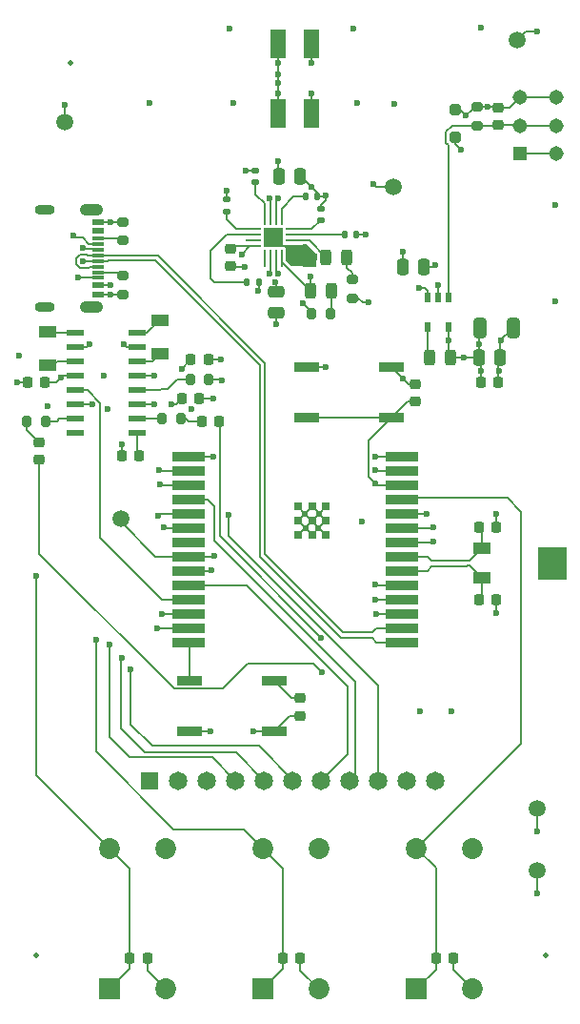
<source format=gbr>
%TF.GenerationSoftware,KiCad,Pcbnew,9.0.5*%
%TF.CreationDate,2025-11-15T02:55:35-05:00*%
%TF.ProjectId,CreditCard,43726564-6974-4436-9172-642e6b696361,rev?*%
%TF.SameCoordinates,Original*%
%TF.FileFunction,Copper,L4,Bot*%
%TF.FilePolarity,Positive*%
%FSLAX46Y46*%
G04 Gerber Fmt 4.6, Leading zero omitted, Abs format (unit mm)*
G04 Created by KiCad (PCBNEW 9.0.5) date 2025-11-15 02:55:35*
%MOMM*%
%LPD*%
G01*
G04 APERTURE LIST*
G04 Aperture macros list*
%AMRoundRect*
0 Rectangle with rounded corners*
0 $1 Rounding radius*
0 $2 $3 $4 $5 $6 $7 $8 $9 X,Y pos of 4 corners*
0 Add a 4 corners polygon primitive as box body*
4,1,4,$2,$3,$4,$5,$6,$7,$8,$9,$2,$3,0*
0 Add four circle primitives for the rounded corners*
1,1,$1+$1,$2,$3*
1,1,$1+$1,$4,$5*
1,1,$1+$1,$6,$7*
1,1,$1+$1,$8,$9*
0 Add four rect primitives between the rounded corners*
20,1,$1+$1,$2,$3,$4,$5,0*
20,1,$1+$1,$4,$5,$6,$7,0*
20,1,$1+$1,$6,$7,$8,$9,0*
20,1,$1+$1,$8,$9,$2,$3,0*%
G04 Aperture macros list end*
%TA.AperFunction,ComponentPad*%
%ADD10R,1.854200X1.854200*%
%TD*%
%TA.AperFunction,ComponentPad*%
%ADD11C,1.854200*%
%TD*%
%TA.AperFunction,ComponentPad*%
%ADD12R,1.308000X1.308000*%
%TD*%
%TA.AperFunction,ComponentPad*%
%ADD13C,1.308000*%
%TD*%
%TA.AperFunction,ComponentPad*%
%ADD14R,1.650000X1.650000*%
%TD*%
%TA.AperFunction,ComponentPad*%
%ADD15C,1.650000*%
%TD*%
%TA.AperFunction,SMDPad,CuDef*%
%ADD16RoundRect,0.250000X-0.325000X-0.650000X0.325000X-0.650000X0.325000X0.650000X-0.325000X0.650000X0*%
%TD*%
%TA.AperFunction,SMDPad,CuDef*%
%ADD17RoundRect,0.135000X0.135000X0.185000X-0.135000X0.185000X-0.135000X-0.185000X0.135000X-0.185000X0*%
%TD*%
%TA.AperFunction,SMDPad,CuDef*%
%ADD18R,1.600000X1.000000*%
%TD*%
%TA.AperFunction,SMDPad,CuDef*%
%ADD19R,2.500000X3.000000*%
%TD*%
%TA.AperFunction,SMDPad,CuDef*%
%ADD20C,1.500000*%
%TD*%
%TA.AperFunction,SMDPad,CuDef*%
%ADD21RoundRect,0.225000X-0.225000X-0.250000X0.225000X-0.250000X0.225000X0.250000X-0.225000X0.250000X0*%
%TD*%
%TA.AperFunction,SMDPad,CuDef*%
%ADD22RoundRect,0.250000X-0.250000X-0.475000X0.250000X-0.475000X0.250000X0.475000X-0.250000X0.475000X0*%
%TD*%
%TA.AperFunction,SMDPad,CuDef*%
%ADD23RoundRect,0.135000X0.185000X-0.135000X0.185000X0.135000X-0.185000X0.135000X-0.185000X-0.135000X0*%
%TD*%
%TA.AperFunction,SMDPad,CuDef*%
%ADD24RoundRect,0.200000X0.275000X-0.200000X0.275000X0.200000X-0.275000X0.200000X-0.275000X-0.200000X0*%
%TD*%
%TA.AperFunction,SMDPad,CuDef*%
%ADD25RoundRect,0.225000X-0.250000X0.225000X-0.250000X-0.225000X0.250000X-0.225000X0.250000X0.225000X0*%
%TD*%
%TA.AperFunction,SMDPad,CuDef*%
%ADD26RoundRect,0.250000X-0.250000X0.250000X-0.250000X-0.250000X0.250000X-0.250000X0.250000X0.250000X0*%
%TD*%
%TA.AperFunction,SMDPad,CuDef*%
%ADD27RoundRect,0.200000X-0.200000X-0.275000X0.200000X-0.275000X0.200000X0.275000X-0.200000X0.275000X0*%
%TD*%
%TA.AperFunction,SMDPad,CuDef*%
%ADD28R,1.140000X0.600000*%
%TD*%
%TA.AperFunction,SMDPad,CuDef*%
%ADD29R,1.140000X0.300000*%
%TD*%
%TA.AperFunction,ComponentPad*%
%ADD30O,2.100000X1.050000*%
%TD*%
%TA.AperFunction,ComponentPad*%
%ADD31O,1.800000X0.900000*%
%TD*%
%TA.AperFunction,SMDPad,CuDef*%
%ADD32R,2.209800X0.863600*%
%TD*%
%TA.AperFunction,SMDPad,CuDef*%
%ADD33RoundRect,0.250000X-0.475000X0.250000X-0.475000X-0.250000X0.475000X-0.250000X0.475000X0.250000X0*%
%TD*%
%TA.AperFunction,SMDPad,CuDef*%
%ADD34C,0.500000*%
%TD*%
%TA.AperFunction,SMDPad,CuDef*%
%ADD35R,1.397000X2.500000*%
%TD*%
%TA.AperFunction,SMDPad,CuDef*%
%ADD36RoundRect,0.200000X0.200000X0.275000X-0.200000X0.275000X-0.200000X-0.275000X0.200000X-0.275000X0*%
%TD*%
%TA.AperFunction,SMDPad,CuDef*%
%ADD37R,0.280000X1.449999*%
%TD*%
%TA.AperFunction,SMDPad,CuDef*%
%ADD38R,0.279998X1.449999*%
%TD*%
%TA.AperFunction,SMDPad,CuDef*%
%ADD39R,1.449999X0.280000*%
%TD*%
%TA.AperFunction,SMDPad,CuDef*%
%ADD40R,0.280000X1.549999*%
%TD*%
%TA.AperFunction,SMDPad,CuDef*%
%ADD41R,1.700000X1.700000*%
%TD*%
%TA.AperFunction,SMDPad,CuDef*%
%ADD42R,0.508000X0.955600*%
%TD*%
%TA.AperFunction,SMDPad,CuDef*%
%ADD43RoundRect,0.225000X0.225000X0.250000X-0.225000X0.250000X-0.225000X-0.250000X0.225000X-0.250000X0*%
%TD*%
%TA.AperFunction,SMDPad,CuDef*%
%ADD44RoundRect,0.243750X-0.243750X-0.456250X0.243750X-0.456250X0.243750X0.456250X-0.243750X0.456250X0*%
%TD*%
%TA.AperFunction,SMDPad,CuDef*%
%ADD45RoundRect,0.135000X-0.135000X-0.185000X0.135000X-0.185000X0.135000X0.185000X-0.135000X0.185000X0*%
%TD*%
%TA.AperFunction,SMDPad,CuDef*%
%ADD46RoundRect,0.250000X0.250000X0.475000X-0.250000X0.475000X-0.250000X-0.475000X0.250000X-0.475000X0*%
%TD*%
%TA.AperFunction,SMDPad,CuDef*%
%ADD47R,1.511300X0.558800*%
%TD*%
%TA.AperFunction,SMDPad,CuDef*%
%ADD48RoundRect,0.225000X0.250000X-0.225000X0.250000X0.225000X-0.250000X0.225000X-0.250000X-0.225000X0*%
%TD*%
%TA.AperFunction,SMDPad,CuDef*%
%ADD49R,3.000000X0.900000*%
%TD*%
%TA.AperFunction,SMDPad,CuDef*%
%ADD50R,3.000000X0.899998*%
%TD*%
%TA.AperFunction,SMDPad,CuDef*%
%ADD51R,3.000000X0.899996*%
%TD*%
%TA.AperFunction,SMDPad,CuDef*%
%ADD52R,0.800000X0.800000*%
%TD*%
%TA.AperFunction,SMDPad,CuDef*%
%ADD53RoundRect,0.135000X-0.185000X0.135000X-0.185000X-0.135000X0.185000X-0.135000X0.185000X0.135000X0*%
%TD*%
%TA.AperFunction,ViaPad*%
%ADD54C,0.600000*%
%TD*%
%TA.AperFunction,Conductor*%
%ADD55C,0.200000*%
%TD*%
G04 APERTURE END LIST*
D10*
%TO.P,SW1,1,1*%
%TO.N,GPIO2*%
X109000000Y-122914250D03*
D11*
%TO.P,SW1,2,2*%
%TO.N,GND*%
X114000000Y-122914250D03*
%TO.P,SW1,3,3*%
X114000000Y-110414250D03*
%TO.P,SW1,4,4*%
%TO.N,GPIO2*%
X109000000Y-110414250D03*
%TD*%
D12*
%TO.P,S1,1*%
%TO.N,Vsys*%
X145525000Y-48725000D03*
D13*
%TO.P,S1,2*%
%TO.N,/PWR/POWER_EN*%
X145525000Y-46225000D03*
%TO.P,S1,3*%
%TO.N,GND*%
X145525000Y-43725000D03*
%TO.P,S1,4*%
%TO.N,Vsys*%
X148725000Y-48725000D03*
%TO.P,S1,5*%
%TO.N,/PWR/POWER_EN*%
X148725000Y-46225000D03*
%TO.P,S1,6*%
%TO.N,GND*%
X148725000Y-43725000D03*
%TD*%
D10*
%TO.P,SW2,1,1*%
%TO.N,GPIO3*%
X122649200Y-122914250D03*
D11*
%TO.P,SW2,2,2*%
%TO.N,GND*%
X127649200Y-122914250D03*
%TO.P,SW2,3,3*%
X127649200Y-110414250D03*
%TO.P,SW2,4,4*%
%TO.N,GPIO3*%
X122649200Y-110414250D03*
%TD*%
D14*
%TO.P,J2,1,1*%
%TO.N,3V3*%
X112600000Y-104400000D03*
D15*
%TO.P,J2,2,2*%
%TO.N,unconnected-(J2-Pad2)*%
X115140000Y-104400000D03*
%TO.P,J2,3,3*%
%TO.N,GND*%
X117680000Y-104400000D03*
%TO.P,J2,4,4*%
%TO.N,SCK*%
X120220000Y-104400000D03*
%TO.P,J2,5,5*%
%TO.N,MISO*%
X122760000Y-104400000D03*
%TO.P,J2,6,6*%
%TO.N,MOSI*%
X125300000Y-104400000D03*
%TO.P,J2,7,7*%
%TO.N,LCD_CS*%
X127840000Y-104400000D03*
%TO.P,J2,8,8*%
%TO.N,LCD_RESET*%
X130380000Y-104400000D03*
%TO.P,J2,9,9*%
%TO.N,LCD_D{slash}C*%
X132920000Y-104400000D03*
%TO.P,J2,10,10*%
%TO.N,CS_SD*%
X135460000Y-104400000D03*
%TO.P,J2,11,11*%
%TO.N,Net-(J2-Pad11)*%
X138000000Y-104400000D03*
%TD*%
D10*
%TO.P,SW3,1,1*%
%TO.N,GPIO4*%
X136298400Y-122914250D03*
D11*
%TO.P,SW3,2,2*%
%TO.N,GND*%
X141298400Y-122914250D03*
%TO.P,SW3,3,3*%
X141298400Y-110414250D03*
%TO.P,SW3,4,4*%
%TO.N,GPIO4*%
X136298400Y-110414250D03*
%TD*%
D16*
%TO.P,C7,1*%
%TO.N,3V3*%
X141925000Y-64200000D03*
%TO.P,C7,2*%
%TO.N,GND*%
X144875000Y-64200000D03*
%TD*%
D17*
%TO.P,R31,1*%
%TO.N,GND*%
X127500099Y-52520100D03*
%TO.P,R31,2*%
%TO.N,/PWR/CE_CHR*%
X126480099Y-52520100D03*
%TD*%
D18*
%TO.P,Y1,1*%
%TO.N,XTAL_P*%
X142100000Y-86400000D03*
%TO.P,Y1,2*%
%TO.N,XTAL_N*%
X142100000Y-83800000D03*
D19*
%TO.P,Y1,S1*%
%TO.N,N/C*%
X148350000Y-85100000D03*
%TD*%
D20*
%TO.P,GND_TP1,1,1*%
%TO.N,GND*%
X147000000Y-112400000D03*
%TD*%
D21*
%TO.P,C8,1*%
%TO.N,3V3*%
X142025000Y-69000000D03*
%TO.P,C8,2*%
%TO.N,GND*%
X143575000Y-69000000D03*
%TD*%
D22*
%TO.P,C4,1*%
%TO.N,3V3*%
X141850000Y-66800000D03*
%TO.P,C4,2*%
%TO.N,GND*%
X143750000Y-66800000D03*
%TD*%
D21*
%TO.P,C11,1*%
%TO.N,GPIO3*%
X124425000Y-120200000D03*
%TO.P,C11,2*%
%TO.N,GND*%
X125975000Y-120200000D03*
%TD*%
D23*
%TO.P,R8,1*%
%TO.N,/PWR/TS_CHR*%
X121990099Y-51230100D03*
%TO.P,R8,2*%
%TO.N,GND*%
X121990099Y-50210100D03*
%TD*%
D21*
%TO.P,C12,1*%
%TO.N,XTAL_P*%
X141875000Y-88300000D03*
%TO.P,C12,2*%
%TO.N,GND*%
X143425000Y-88300000D03*
%TD*%
D24*
%TO.P,R10,1*%
%TO.N,/PWR/POWER_EN*%
X141725000Y-46250000D03*
%TO.P,R10,2*%
%TO.N,GND*%
X141725000Y-44600000D03*
%TD*%
D25*
%TO.P,C22,1*%
%TO.N,Net-(C22-Pad1)*%
X102746307Y-74370000D03*
%TO.P,C22,2*%
%TO.N,AudioR*%
X102746307Y-75920000D03*
%TD*%
D26*
%TO.P,D5,1,A1*%
%TO.N,GND*%
X139725000Y-44775000D03*
%TO.P,D5,2,A2*%
%TO.N,Vsys*%
X139725000Y-47275000D03*
%TD*%
D27*
%TO.P,R4,1*%
%TO.N,Vsys*%
X126965099Y-62920100D03*
%TO.P,R4,2*%
%TO.N,Net-(D2-A)*%
X128615099Y-62920100D03*
%TD*%
D18*
%TO.P,U11,1,VDD*%
%TO.N,Net-(U10-+OUT_L)*%
X113500000Y-63500000D03*
%TO.P,U11,2,GND*%
%TO.N,Net-(U10--OUT_L)*%
X113500000Y-66500000D03*
%TD*%
D21*
%TO.P,C17,1*%
%TO.N,XTAL_N*%
X141875000Y-81900000D03*
%TO.P,C17,2*%
%TO.N,GND*%
X143425000Y-81900000D03*
%TD*%
D28*
%TO.P,J3,A1_B12,GND*%
%TO.N,GND*%
X107965000Y-61200000D03*
%TO.P,J3,A4_B9,VBUS*%
%TO.N,Vbus*%
X107965000Y-60400000D03*
D29*
%TO.P,J3,A5,CC1_A*%
%TO.N,Net-(J3-CC1_A)*%
X107965000Y-59250000D03*
%TO.P,J3,A6,D+_A*%
%TO.N,D_P*%
X107965000Y-58250000D03*
%TO.P,J3,A7,D-_A*%
%TO.N,D_N*%
X107965000Y-57750000D03*
%TO.P,J3,A8,SBU1*%
%TO.N,Net-(F6-GOLDFINGER)*%
X107965000Y-56750000D03*
D28*
%TO.P,J3,B1_A12,GND__1*%
%TO.N,GND*%
X107965000Y-54800000D03*
%TO.P,J3,B4_A9,VBUS__1*%
%TO.N,unconnected-(J3-VBUS__1-PadB4_A9)*%
X107965000Y-55600000D03*
D29*
%TO.P,J3,B5,CC1_B*%
%TO.N,Net-(J3-CC1_B)*%
X107965000Y-56250000D03*
%TO.P,J3,B6,D+_B*%
%TO.N,D_P*%
X107965000Y-57250000D03*
%TO.P,J3,B7,D-_B*%
%TO.N,D_N*%
X107965000Y-58750000D03*
%TO.P,J3,B8,SBU2*%
%TO.N,Net-(F5-GOLDFINGER)*%
X107965000Y-59750000D03*
D30*
%TO.P,J3,SH1,SHIELD*%
%TO.N,GND*%
X107395000Y-62320000D03*
%TO.P,J3,SH2,SHIELD__1*%
X107395000Y-53680000D03*
D31*
%TO.P,J3,SH3,SHIELD__2*%
X103215000Y-62320000D03*
%TO.P,J3,SH4,SHIELD__3*%
X103215000Y-53680000D03*
%TD*%
D32*
%TO.P,U3,1,1*%
%TO.N,MCU_EN*%
X126557000Y-72150000D03*
%TO.P,U3,2,2*%
X134050000Y-72150000D03*
%TO.P,U3,3,3*%
%TO.N,GND*%
X126557000Y-67649998D03*
%TO.P,U3,4,4*%
X134050000Y-67649998D03*
%TD*%
D20*
%TO.P,Vbat_TP1,1,1*%
%TO.N,Vbat*%
X145250000Y-38650000D03*
%TD*%
D33*
%TO.P,C15,1*%
%TO.N,Vsys*%
X123790099Y-60970100D03*
%TO.P,C15,2*%
%TO.N,GND*%
X123790099Y-62870100D03*
%TD*%
D34*
%TO.P,FID2,*%
%TO.N,*%
X102500000Y-119900000D03*
%TD*%
D27*
%TO.P,R15,1*%
%TO.N,Net-(U10-INL)*%
X113675000Y-72245000D03*
%TO.P,R15,2*%
%TO.N,Net-(C6-Pad1)*%
X115325000Y-72245000D03*
%TD*%
D20*
%TO.P,Vbus_TP1,1,1*%
%TO.N,Vbus*%
X105000000Y-45900000D03*
%TD*%
D24*
%TO.P,R11,1*%
%TO.N,Net-(J3-CC1_B)*%
X110175000Y-56425000D03*
%TO.P,R11,2*%
%TO.N,GND*%
X110175000Y-54775000D03*
%TD*%
D35*
%TO.P,J1,1,1_1*%
%TO.N,GND*%
X126977478Y-45166955D03*
%TO.P,J1,2,1_2*%
X126977478Y-38966957D03*
%TO.P,J1,3,2_1*%
%TO.N,Vbat*%
X123977479Y-45166955D03*
%TO.P,J1,4,2_2*%
X123977479Y-38966957D03*
%TD*%
D36*
%TO.P,R18,1*%
%TO.N,3V3*%
X117825000Y-68800000D03*
%TO.P,R18,2*%
%TO.N,Net-(U10-MUTE)*%
X116175000Y-68800000D03*
%TD*%
D37*
%TO.P,U1,1,TS*%
%TO.N,/PWR/TS_CHR*%
X122799999Y-54400000D03*
%TO.P,U1,2,BAT*%
%TO.N,Vbat*%
X123300000Y-54400000D03*
D38*
%TO.P,U1,3,BAT*%
X123799999Y-54400000D03*
D37*
%TO.P,U1,4,\u002ACE*%
%TO.N,/PWR/CE_CHR*%
X124300001Y-54400000D03*
D39*
%TO.P,U1,5,EN2*%
%TO.N,/PWR/EN2_CHR*%
X125325000Y-55424811D03*
%TO.P,U1,6,EN1*%
%TO.N,/PWR/EN1_CHR*%
X125325000Y-55924937D03*
%TO.P,U1,7,\u002APGOOD*%
%TO.N,Net-(D3-K)*%
X125325000Y-56425063D03*
%TO.P,U1,8,VSS*%
%TO.N,GND*%
X125325000Y-56925189D03*
D40*
%TO.P,U1,9,\u002ACHG*%
%TO.N,IO_CHG*%
X124300001Y-58000000D03*
%TO.P,U1,10,OUT*%
%TO.N,Vsys*%
X123800000Y-58000000D03*
%TO.P,U1,11,OUT*%
X123300000Y-58000000D03*
%TO.P,U1,12,ILIM*%
%TO.N,/PWR/ILIM_CHR*%
X122799999Y-58000000D03*
D39*
%TO.P,U1,13,IN*%
%TO.N,Vbus*%
X121775000Y-56925189D03*
%TO.P,U1,14,TMR*%
%TO.N,/PWR/TMR_CHR*%
X121775000Y-56425063D03*
%TO.P,U1,15,TD*%
%TO.N,/PWR/TD_CHR*%
X121775000Y-55924937D03*
%TO.P,U1,16,ISET*%
%TO.N,/PWR/ISET_CHR*%
X121775000Y-55424811D03*
D41*
%TO.P,U1,17,EPAD*%
%TO.N,GND*%
X123550000Y-56175000D03*
%TD*%
D21*
%TO.P,C18,1*%
%TO.N,GPIO4*%
X138025000Y-120200000D03*
%TO.P,C18,2*%
%TO.N,GND*%
X139575000Y-120200000D03*
%TD*%
D42*
%TO.P,U2,1,VIN*%
%TO.N,Vsys*%
X137249999Y-61522200D03*
%TO.P,U2,2,GND*%
%TO.N,GND*%
X138200000Y-61522200D03*
%TO.P,U2,3,\u002ASHDN*%
%TO.N,/PWR/POWER_EN*%
X139150001Y-61522200D03*
%TO.P,U2,4,VFB/VOUT*%
%TO.N,3V3*%
X139150001Y-64077800D03*
%TO.P,U2,5,LX*%
%TO.N,Net-(U2-LX)*%
X137249999Y-64077800D03*
%TD*%
D24*
%TO.P,R5,1*%
%TO.N,Vsys*%
X130590099Y-61545100D03*
%TO.P,R5,2*%
%TO.N,Net-(D3-A)*%
X130590099Y-59895100D03*
%TD*%
D43*
%TO.P,C5,1*%
%TO.N,Net-(U10-VREF)*%
X111675450Y-75545000D03*
%TO.P,C5,2*%
%TO.N,GND*%
X110125450Y-75545000D03*
%TD*%
D44*
%TO.P,D3,1,K*%
%TO.N,Net-(D3-K)*%
X128252599Y-57920100D03*
%TO.P,D3,2,A*%
%TO.N,Net-(D3-A)*%
X130127599Y-57920100D03*
%TD*%
D23*
%TO.P,R7,1*%
%TO.N,/PWR/ISET_CHR*%
X119390099Y-53830100D03*
%TO.P,R7,2*%
%TO.N,GND*%
X119390099Y-52810100D03*
%TD*%
D34*
%TO.P,FID3,*%
%TO.N,*%
X147750000Y-119900000D03*
%TD*%
D21*
%TO.P,C6,1*%
%TO.N,Net-(C6-Pad1)*%
X117225000Y-72500000D03*
%TO.P,C6,2*%
%TO.N,AudioL*%
X118775000Y-72500000D03*
%TD*%
D44*
%TO.P,L1,1,1*%
%TO.N,Net-(U2-LX)*%
X137462500Y-66800000D03*
%TO.P,L1,2,2*%
%TO.N,3V3*%
X139337500Y-66800000D03*
%TD*%
D25*
%TO.P,C14,1*%
%TO.N,Vbus*%
X119790099Y-57145100D03*
%TO.P,C14,2*%
%TO.N,GND*%
X119790099Y-58695100D03*
%TD*%
D20*
%TO.P,IOCHG_TP1,1,1*%
%TO.N,IO_CHG*%
X110000000Y-81150000D03*
%TD*%
D22*
%TO.P,C13,1*%
%TO.N,Vbat*%
X124040099Y-50720100D03*
%TO.P,C13,2*%
%TO.N,GND*%
X125940099Y-50720100D03*
%TD*%
D20*
%TO.P,3V3_TP1,1,1*%
%TO.N,3V3*%
X147000000Y-106900000D03*
%TD*%
D45*
%TO.P,R26,1*%
%TO.N,/PWR/EN1_CHR*%
X129880099Y-55920100D03*
%TO.P,R26,2*%
%TO.N,Vsys*%
X130900099Y-55920100D03*
%TD*%
D46*
%TO.P,C3,1*%
%TO.N,Vsys*%
X136950000Y-58800000D03*
%TO.P,C3,2*%
%TO.N,GND*%
X135050000Y-58800000D03*
%TD*%
D25*
%TO.P,C9,1*%
%TO.N,IO9*%
X125950000Y-97075000D03*
%TO.P,C9,2*%
%TO.N,GND*%
X125950000Y-98625000D03*
%TD*%
D47*
%TO.P,U10,1,+OUT_L*%
%TO.N,Net-(U10-+OUT_L)*%
X111500000Y-64650000D03*
%TO.P,U10,2,PGND*%
%TO.N,GND*%
X111500000Y-65920000D03*
%TO.P,U10,3,-OUT_L*%
%TO.N,Net-(U10--OUT_L)*%
X111500000Y-67190000D03*
%TO.P,U10,4,PVDD*%
%TO.N,3V3*%
X111500000Y-68460000D03*
%TO.P,U10,5,MUTE*%
%TO.N,Net-(U10-MUTE)*%
X111500000Y-69730000D03*
%TO.P,U10,6,VDD*%
%TO.N,3V3*%
X111500000Y-71000000D03*
%TO.P,U10,7,INL*%
%TO.N,Net-(U10-INL)*%
X111500000Y-72270000D03*
%TO.P,U10,8,VREF*%
%TO.N,Net-(U10-VREF)*%
X111500000Y-73540000D03*
%TO.P,U10,9,NC*%
%TO.N,unconnected-(U10-NC-Pad9)*%
X106000900Y-73540000D03*
%TO.P,U10,10,INR*%
%TO.N,Net-(U10-INR)*%
X106000900Y-72270000D03*
%TO.P,U10,11,GND*%
%TO.N,GND*%
X106000900Y-71000000D03*
%TO.P,U10,12,SHND*%
%TO.N,AudioCS*%
X106000900Y-69730000D03*
%TO.P,U10,13,PVDD*%
%TO.N,3V3*%
X106000900Y-68460000D03*
%TO.P,U10,14,-OUT_R*%
%TO.N,Net-(U10--OUT_R)*%
X106000900Y-67190000D03*
%TO.P,U10,15,PGND*%
%TO.N,GND*%
X106000900Y-65920000D03*
%TO.P,U10,16,+OUT_R*%
%TO.N,Net-(U10-+OUT_R)*%
X106000900Y-64650000D03*
%TD*%
D20*
%TO.P,Vsys_TP1,1,1*%
%TO.N,Vsys*%
X134250000Y-51650000D03*
%TD*%
D27*
%TO.P,R16,1*%
%TO.N,Net-(C22-Pad1)*%
X101675000Y-72500000D03*
%TO.P,R16,2*%
%TO.N,Net-(U10-INR)*%
X103325000Y-72500000D03*
%TD*%
D32*
%TO.P,U4,1,1*%
%TO.N,IO9*%
X123646500Y-95499999D03*
%TO.P,U4,2,2*%
X116153500Y-95499999D03*
%TO.P,U4,3,3*%
%TO.N,GND*%
X123646500Y-100000001D03*
%TO.P,U4,4,4*%
X116153500Y-100000001D03*
%TD*%
D34*
%TO.P,FID6,*%
%TO.N,*%
X105500000Y-40650000D03*
%TD*%
D43*
%TO.P,C23,1*%
%TO.N,3V3*%
X103275000Y-69000000D03*
%TO.P,C23,2*%
%TO.N,GND*%
X101725000Y-69000000D03*
%TD*%
D21*
%TO.P,C10,1*%
%TO.N,GPIO2*%
X110825000Y-120200000D03*
%TO.P,C10,2*%
%TO.N,GND*%
X112375000Y-120200000D03*
%TD*%
D43*
%TO.P,C26,1*%
%TO.N,GND*%
X116975000Y-70500000D03*
%TO.P,C26,2*%
%TO.N,3V3*%
X115425000Y-70500000D03*
%TD*%
D24*
%TO.P,R12,1*%
%TO.N,GND*%
X110175000Y-61225000D03*
%TO.P,R12,2*%
%TO.N,Net-(J3-CC1_A)*%
X110175000Y-59575000D03*
%TD*%
D44*
%TO.P,D2,1,K*%
%TO.N,IO_CHG*%
X126852599Y-60920100D03*
%TO.P,D2,2,A*%
%TO.N,Net-(D2-A)*%
X128727599Y-60920100D03*
%TD*%
D18*
%TO.P,U9,1,VDD*%
%TO.N,Net-(U10-+OUT_R)*%
X103500000Y-64500000D03*
%TO.P,U9,2,GND*%
%TO.N,Net-(U10--OUT_R)*%
X103500000Y-67500000D03*
%TD*%
D48*
%TO.P,C1,1*%
%TO.N,MCU_EN*%
X136200000Y-70725000D03*
%TO.P,C1,2*%
%TO.N,GND*%
X136200000Y-69175000D03*
%TD*%
D45*
%TO.P,R23,1*%
%TO.N,/PWR/TD_CHR*%
X121240000Y-60150000D03*
%TO.P,R23,2*%
%TO.N,Vsys*%
X122260000Y-60150000D03*
%TD*%
D49*
%TO.P,U8,1,GND*%
%TO.N,GND*%
X135000000Y-75590000D03*
%TO.P,U8,2,3V3*%
%TO.N,3V3*%
X135000000Y-76860000D03*
%TO.P,U8,3,EN*%
%TO.N,MCU_EN*%
X135000000Y-78130000D03*
%TO.P,U8,4,IO4*%
%TO.N,GPIO4*%
X135000000Y-79400000D03*
%TO.P,U8,5,IO5*%
%TO.N,GPIO5*%
X135000000Y-80670000D03*
%TO.P,U8,6,IO6*%
%TO.N,GPIO6*%
X135000000Y-81940000D03*
%TO.P,U8,7,IO7*%
%TO.N,GPIO7*%
X135000000Y-83210000D03*
%TO.P,U8,8,IO0*%
%TO.N,XTAL_N*%
X135000000Y-84480000D03*
%TO.P,U8,9,IO1*%
%TO.N,XTAL_P*%
X135000000Y-85750000D03*
%TO.P,U8,10,IO8*%
%TO.N,Net-(U8-IO8)*%
X135000000Y-87020000D03*
%TO.P,U8,11,IO10*%
%TO.N,AudioL*%
X135000000Y-88290000D03*
%TO.P,U8,12,IO11*%
%TO.N,AudioR*%
X135000000Y-89560000D03*
D50*
%TO.P,U8,13,IO12*%
%TO.N,D_N*%
X135000000Y-90829999D03*
%TO.P,U8,14,IO13*%
%TO.N,D_P*%
X135000000Y-92099999D03*
D49*
%TO.P,U8,15,IO9*%
%TO.N,IO9*%
X116000000Y-92100000D03*
%TO.P,U8,16,IO18*%
%TO.N,MISO*%
X116000000Y-90830000D03*
%TO.P,U8,17,IO19*%
%TO.N,MOSI*%
X116000000Y-89560000D03*
%TO.P,U8,18,IO20*%
%TO.N,AudioCS*%
X116000000Y-88290000D03*
%TO.P,U8,19,IO21*%
%TO.N,LCD_CS*%
X116000000Y-87020000D03*
%TO.P,U8,20,IO22*%
%TO.N,CS_SD*%
X116000000Y-85750000D03*
%TO.P,U8,21,IO23*%
%TO.N,IO_CHG*%
X116000000Y-84480000D03*
D50*
%TO.P,U8,22,NC*%
%TO.N,unconnected-(U8-NC-Pad22)*%
X116000000Y-83210001D03*
D51*
%TO.P,U8,23,IO15*%
%TO.N,SCK*%
X116000000Y-81940002D03*
D50*
%TO.P,U8,24,RXD0/GPIO17*%
%TO.N,LCD_D{slash}C*%
X116000000Y-80670001D03*
D49*
%TO.P,U8,25,TXD0/GPIO16*%
%TO.N,LCD_RESET*%
X116000000Y-79400000D03*
D50*
%TO.P,U8,26,IO3*%
%TO.N,GPIO3*%
X116000000Y-78130001D03*
D49*
%TO.P,U8,27,IO2*%
%TO.N,GPIO2*%
X116000000Y-76860000D03*
D50*
%TO.P,U8,28,GND__1*%
%TO.N,GND*%
X116000000Y-75590001D03*
D52*
%TO.P,U8,29_1,GND__2*%
X128255000Y-80060000D03*
%TO.P,U8,29_2,GND__3*%
X127005000Y-80060000D03*
%TO.P,U8,29_3,GND__4*%
X125755000Y-80060000D03*
%TO.P,U8,29_4,GND__5*%
X128255000Y-81310000D03*
%TO.P,U8,29_5,GND__6*%
X127005000Y-81310000D03*
%TO.P,U8,29_6,GND__7*%
X125755000Y-81310000D03*
%TO.P,U8,29_7,GND__8*%
X128255000Y-82560000D03*
%TO.P,U8,29_8,GND__9*%
X127005000Y-82560000D03*
%TO.P,U8,29_9,GND__10*%
X125755000Y-82560000D03*
%TD*%
D48*
%TO.P,C16,1*%
%TO.N,/PWR/POWER_EN*%
X143525000Y-46200000D03*
%TO.P,C16,2*%
%TO.N,GND*%
X143525000Y-44650000D03*
%TD*%
D21*
%TO.P,C25,1*%
%TO.N,3V3*%
X116225000Y-67000000D03*
%TO.P,C25,2*%
%TO.N,GND*%
X117775000Y-67000000D03*
%TD*%
D53*
%TO.P,R29,1*%
%TO.N,GND*%
X127790099Y-53610100D03*
%TO.P,R29,2*%
%TO.N,/PWR/EN2_CHR*%
X127790099Y-54630100D03*
%TD*%
D54*
%TO.N,GND*%
X116250000Y-71400000D03*
X108800000Y-71400000D03*
%TO.N,3V3*%
X113000000Y-71000000D03*
%TO.N,GND*%
X108500000Y-68400000D03*
X103500000Y-71150000D03*
X101000000Y-66650000D03*
%TO.N,3V3*%
X115412500Y-67812500D03*
X141850000Y-65600000D03*
X104687500Y-68587500D03*
X148600000Y-61800000D03*
X119000000Y-68900000D03*
X114500000Y-71000000D03*
X140500000Y-66800000D03*
X113000000Y-68460000D03*
X132600000Y-76800000D03*
X142025000Y-68000000D03*
X139400000Y-98200000D03*
X147000000Y-108900000D03*
X131462500Y-81362500D03*
X139150001Y-65300000D03*
%TO.N,MCU_EN*%
X132600000Y-78000000D03*
%TO.N,GND*%
X118000000Y-100000001D03*
X121100000Y-50200000D03*
X125300000Y-58300000D03*
X126422500Y-81977500D03*
X130700000Y-37600000D03*
X109100000Y-54800000D03*
X109100000Y-61200000D03*
X126949999Y-51650001D03*
X126100000Y-57600000D03*
X143600000Y-68000000D03*
X131000000Y-44250001D03*
X126977478Y-43400000D03*
X118200000Y-75600000D03*
X100800000Y-69000000D03*
X126397500Y-80702500D03*
X125325000Y-57600000D03*
X121000000Y-58800003D03*
X123800000Y-63900000D03*
X118900000Y-67000000D03*
X127607500Y-80707500D03*
X126800000Y-58300000D03*
X121800000Y-100000000D03*
X110300000Y-65650000D03*
X147000000Y-114400000D03*
X120000000Y-44250001D03*
X138200000Y-60400000D03*
X132600000Y-75600000D03*
X143800000Y-65300000D03*
X119700000Y-37600000D03*
X128250000Y-52400000D03*
X126100000Y-58300000D03*
X136600000Y-98200000D03*
X107500000Y-71000000D03*
X142600000Y-44600000D03*
X148600000Y-53300000D03*
X134300000Y-44300000D03*
X135100000Y-57400000D03*
X110100000Y-74500000D03*
X135100001Y-68699999D03*
X118200000Y-70500000D03*
X140700000Y-45300000D03*
X142000000Y-37500000D03*
X128200000Y-67700000D03*
X119400000Y-52000000D03*
X127582500Y-81982500D03*
X143400000Y-80700000D03*
X112600000Y-44200000D03*
X143425000Y-89500000D03*
X107250000Y-65650000D03*
X126977478Y-40650000D03*
X126800000Y-57600000D03*
%TO.N,Vsys*%
X122250000Y-60900000D03*
X123250000Y-59400000D03*
X140250000Y-48400000D03*
X132500000Y-51400000D03*
X132000000Y-61900000D03*
X131750000Y-55900000D03*
X136500000Y-60650000D03*
X126204664Y-62000783D03*
X123750000Y-60150000D03*
X138000000Y-58650000D03*
X124000000Y-59400000D03*
%TO.N,GPIO2*%
X102500000Y-86200000D03*
X113400000Y-76800000D03*
%TO.N,GPIO3*%
X113500000Y-78100000D03*
X107800000Y-91900000D03*
%TO.N,Vbat*%
X123977479Y-43400000D03*
X123977479Y-40650000D03*
X124000000Y-52650000D03*
X123977479Y-49400000D03*
X123977479Y-41650000D03*
X147000000Y-37900000D03*
X123977479Y-42400000D03*
X123250000Y-52650000D03*
%TO.N,Vbus*%
X109100000Y-60400000D03*
X120750000Y-57650000D03*
X105000000Y-44400000D03*
%TO.N,GPIO5*%
X137200000Y-80700000D03*
%TO.N,GPIO6*%
X137800000Y-81900000D03*
%TO.N,GPIO7*%
X137800000Y-83200000D03*
%TO.N,IO_CHG*%
X118350000Y-84450000D03*
X126900000Y-59600000D03*
%TO.N,LCD_D{slash}C*%
X113300000Y-80900000D03*
X119600000Y-80800000D03*
%TO.N,CS_SD*%
X118100000Y-85700000D03*
%TO.N,MISO*%
X113200000Y-90900000D03*
X110100000Y-93500000D03*
%TO.N,MOSI*%
X113700000Y-89600000D03*
X110900000Y-94500000D03*
%TO.N,SCK*%
X109000000Y-92300000D03*
X113800000Y-81900000D03*
%TO.N,D_P*%
X106650000Y-58250000D03*
X106600473Y-57049000D03*
%TO.N,Net-(U8-IO8)*%
X132600000Y-87000000D03*
%TO.N,AudioL*%
X132600000Y-88300000D03*
X127800000Y-91700000D03*
%TO.N,AudioR*%
X132700000Y-89600000D03*
X127900000Y-94800000D03*
%TO.N,Net-(F5-GOLDFINGER)*%
X106175000Y-59750000D03*
%TO.N,Net-(F6-GOLDFINGER)*%
X105800000Y-56000000D03*
%TD*%
D55*
%TO.N,GND*%
X111500000Y-65900000D02*
X111500000Y-65920000D01*
X110550000Y-65900000D02*
X111500000Y-65900000D01*
X110300000Y-65650000D02*
X110550000Y-65900000D01*
X106980000Y-65920000D02*
X106000900Y-65920000D01*
X107250000Y-65650000D02*
X106980000Y-65920000D01*
%TO.N,3V3*%
X104815000Y-68460000D02*
X106000900Y-68460000D01*
X104687500Y-68587500D02*
X104815000Y-68460000D01*
X104687500Y-68587500D02*
X104275000Y-69000000D01*
X104275000Y-69000000D02*
X103275000Y-69000000D01*
X139150001Y-65300000D02*
X139150001Y-66612501D01*
X142025000Y-68000000D02*
X142025000Y-66975000D01*
X147000000Y-106900000D02*
X147000000Y-108900000D01*
X114925000Y-71000000D02*
X115425000Y-70500000D01*
X115725000Y-70500000D02*
X115425000Y-70500000D01*
X141850000Y-65600000D02*
X141850000Y-66800000D01*
X142025000Y-66975000D02*
X141850000Y-66800000D01*
X141925000Y-64200000D02*
X141925000Y-64525000D01*
X117825000Y-68800000D02*
X118900000Y-68800000D01*
X140500000Y-66800000D02*
X141850000Y-66800000D01*
X111500000Y-71000000D02*
X113000000Y-71000000D01*
X141925000Y-64525000D02*
X141850000Y-64600000D01*
X116225000Y-67000000D02*
X115412500Y-67812500D01*
X139150001Y-64077800D02*
X139150001Y-65300000D01*
X141850000Y-64600000D02*
X141850000Y-65600000D01*
X139150001Y-66612501D02*
X139337500Y-66800000D01*
X113000000Y-68460000D02*
X111500000Y-68460000D01*
X141802800Y-64077800D02*
X141925000Y-64200000D01*
X141925000Y-64200000D02*
X141800000Y-64075000D01*
X142025000Y-69000000D02*
X142025000Y-68000000D01*
X132660000Y-76860000D02*
X132600000Y-76800000D01*
X111535000Y-68495000D02*
X111500000Y-68460000D01*
X114500000Y-71000000D02*
X114925000Y-71000000D01*
X139337500Y-66800000D02*
X140500000Y-66800000D01*
X135000000Y-76860000D02*
X132660000Y-76860000D01*
%TO.N,MCU_EN*%
X135000000Y-78130000D02*
X132730000Y-78130000D01*
X131999000Y-77399000D02*
X132600000Y-78000000D01*
X131999000Y-74201000D02*
X131999000Y-77399000D01*
X126557000Y-72150000D02*
X134050000Y-72150000D01*
X132730000Y-78130000D02*
X132600000Y-78000000D01*
X134050000Y-72150000D02*
X131999000Y-74201000D01*
X135475000Y-70725000D02*
X134050000Y-72150000D01*
X136200000Y-70725000D02*
X135475000Y-70725000D01*
%TO.N,GND*%
X109550000Y-61225000D02*
X109525000Y-61200000D01*
X143575000Y-69000000D02*
X143575000Y-66975000D01*
X127582500Y-81982500D02*
X128255000Y-81310000D01*
X143575000Y-66975000D02*
X143750000Y-66800000D01*
X126977478Y-43400000D02*
X126977478Y-45166955D01*
X128255000Y-80060000D02*
X127607500Y-80707500D01*
X110175000Y-61225000D02*
X109550000Y-61225000D01*
X117800000Y-67000000D02*
X118900000Y-67000000D01*
X140175000Y-44775000D02*
X140700000Y-45300000D01*
X126000000Y-50700000D02*
X126949999Y-51650001D01*
X143750000Y-66800000D02*
X143750000Y-65325000D01*
X101700000Y-69000000D02*
X100800000Y-69000000D01*
X126422500Y-81977500D02*
X125755000Y-81310000D01*
X125325000Y-56925189D02*
X125300000Y-56925189D01*
X128250000Y-52400000D02*
X128250000Y-52850000D01*
X132610000Y-75590000D02*
X132600000Y-75600000D01*
X138200000Y-61500000D02*
X138200000Y-60400000D01*
X119390099Y-52009901D02*
X119400000Y-52000000D01*
X141725000Y-44600000D02*
X142600000Y-44600000D01*
X126557000Y-67649998D02*
X128149998Y-67649998D01*
X135100001Y-68699999D02*
X135575002Y-69175000D01*
X143400000Y-80700000D02*
X143400000Y-81900000D01*
X125755000Y-80060000D02*
X126397500Y-80702500D01*
X139725000Y-44775000D02*
X140175000Y-44775000D01*
X123790099Y-62870100D02*
X123790099Y-62990099D01*
X125021501Y-98625000D02*
X123646500Y-100000001D01*
X124300189Y-56925189D02*
X123550000Y-56175000D01*
X128149998Y-67649998D02*
X128200000Y-67700000D01*
X145525000Y-43725000D02*
X148725000Y-43725000D01*
X127500099Y-52200101D02*
X127500099Y-52520100D01*
X119895002Y-58800003D02*
X119790099Y-58695100D01*
X123800000Y-63000000D02*
X123800000Y-63900000D01*
X107965000Y-54800000D02*
X109100000Y-54800000D01*
X125325000Y-56925189D02*
X126025189Y-56925189D01*
X128020100Y-52520100D02*
X127500099Y-52520100D01*
X121000000Y-58800003D02*
X119895002Y-58800003D01*
X112375000Y-121289250D02*
X114000000Y-122914250D01*
X125325000Y-56925189D02*
X125174811Y-56925189D01*
X127790099Y-53309901D02*
X127790099Y-53610100D01*
X121799999Y-100000001D02*
X121800000Y-100000000D01*
X121800001Y-100000001D02*
X123646500Y-100000001D01*
X147000000Y-112400000D02*
X147000000Y-114400000D01*
X134050000Y-67649998D02*
X135100001Y-68699999D01*
X126397500Y-80702500D02*
X128255000Y-82560000D01*
X143425000Y-88300000D02*
X143425000Y-89500000D01*
X109100000Y-61200000D02*
X107965000Y-61200000D01*
X116153500Y-100000001D02*
X118000000Y-100000001D01*
X128140200Y-52400000D02*
X128020100Y-52520100D01*
X127005000Y-80060000D02*
X125755000Y-81310000D01*
X138200000Y-61522200D02*
X138200000Y-61500000D01*
X125940099Y-50720100D02*
X125979900Y-50720100D01*
X128250000Y-52850000D02*
X127790099Y-53309901D01*
X121990099Y-50210100D02*
X121110100Y-50210100D01*
X123790099Y-62990099D02*
X123800000Y-63000000D01*
X125325000Y-56925189D02*
X124300189Y-56925189D01*
X121800000Y-100000000D02*
X121800001Y-100000001D01*
X143400000Y-81900000D02*
X143425000Y-81900000D01*
X141550000Y-44775000D02*
X141725000Y-44600000D01*
X135050000Y-57450000D02*
X135100000Y-57400000D01*
X109100000Y-54800000D02*
X110150000Y-54800000D01*
X128255000Y-81310000D02*
X127005000Y-80060000D01*
X106000900Y-71000000D02*
X107500000Y-71000000D01*
X116000000Y-75600000D02*
X118200000Y-75600000D01*
X143525000Y-44650000D02*
X144600000Y-44650000D01*
X125975000Y-121240050D02*
X127649200Y-122914250D01*
X140700000Y-45300000D02*
X141225000Y-44775000D01*
X135000000Y-75590000D02*
X132610000Y-75590000D01*
X127005000Y-82560000D02*
X126422500Y-81977500D01*
X135575002Y-69175000D02*
X136200000Y-69175000D01*
X143750000Y-65325000D02*
X144875000Y-64200000D01*
X110150000Y-54800000D02*
X110175000Y-54775000D01*
X141225000Y-44775000D02*
X141550000Y-44775000D01*
X144600000Y-44650000D02*
X145525000Y-43725000D01*
X126977478Y-38966957D02*
X126977478Y-40650000D01*
X125979900Y-50720100D02*
X126000000Y-50700000D01*
X139575000Y-120200000D02*
X139575000Y-121190850D01*
X127607500Y-80707500D02*
X125755000Y-82560000D01*
X116975000Y-70500000D02*
X118200000Y-70500000D01*
X125950000Y-98625000D02*
X125021501Y-98625000D01*
X121110100Y-50210100D02*
X121100000Y-50200000D01*
X139575000Y-121190850D02*
X141298400Y-122914250D01*
X127005000Y-82560000D02*
X127582500Y-81982500D01*
X110125450Y-75545000D02*
X110125450Y-74525450D01*
X101725000Y-69000000D02*
X101700000Y-69000000D01*
X119390099Y-52810100D02*
X119390099Y-52009901D01*
X109525000Y-61200000D02*
X109100000Y-61200000D01*
X128250000Y-52400000D02*
X128140200Y-52400000D01*
X112375000Y-120200000D02*
X112375000Y-121289250D01*
X125975000Y-120400000D02*
X125975000Y-121240050D01*
X143475000Y-44600000D02*
X143525000Y-44650000D01*
X116000000Y-75590001D02*
X116000000Y-75600000D01*
X117775000Y-67000000D02*
X117800000Y-67000000D01*
X126025189Y-56925189D02*
X126400000Y-57300000D01*
X142600000Y-44600000D02*
X143475000Y-44600000D01*
X135050000Y-58800000D02*
X135050000Y-57450000D01*
X126949999Y-51650001D02*
X127500099Y-52200101D01*
%TO.N,Vsys*%
X132500000Y-51400000D02*
X132750000Y-51650000D01*
X123790099Y-60190099D02*
X123750000Y-60150000D01*
X122260000Y-60150000D02*
X122260000Y-60890000D01*
X145875000Y-49075000D02*
X145525000Y-48725000D01*
X123790099Y-60970100D02*
X123790099Y-60190099D01*
X145525000Y-48725000D02*
X148725000Y-48725000D01*
X132000000Y-61900000D02*
X131500000Y-61900000D01*
X123300000Y-58000000D02*
X123300000Y-59350000D01*
X131500000Y-61900000D02*
X131145100Y-61545100D01*
X126204664Y-62000783D02*
X126965099Y-62761218D01*
X131500000Y-55900000D02*
X131479900Y-55920100D01*
X132750000Y-51650000D02*
X134250000Y-51650000D01*
X137850000Y-58800000D02*
X138000000Y-58650000D01*
X137249999Y-60899999D02*
X137000000Y-60650000D01*
X139725000Y-47875000D02*
X140250000Y-48400000D01*
X122260000Y-60890000D02*
X122250000Y-60900000D01*
X139725000Y-47275000D02*
X139725000Y-47875000D01*
X131479900Y-55920100D02*
X130900099Y-55920100D01*
X131145100Y-61545100D02*
X130590099Y-61545100D01*
X123800000Y-60960199D02*
X123790099Y-60970100D01*
X123800000Y-58000000D02*
X123800000Y-59200000D01*
X137249999Y-59299999D02*
X136750000Y-58800000D01*
X123800000Y-59200000D02*
X124000000Y-59400000D01*
X137000000Y-60650000D02*
X136500000Y-60650000D01*
X137249999Y-61522200D02*
X137249999Y-60899999D01*
X123300000Y-59350000D02*
X123250000Y-59400000D01*
X126965099Y-62761218D02*
X126965099Y-62920100D01*
X131750000Y-55900000D02*
X131500000Y-55900000D01*
X136950000Y-58800000D02*
X137850000Y-58800000D01*
%TO.N,IO9*%
X116153500Y-92253500D02*
X116000000Y-92100000D01*
X125221501Y-97075000D02*
X123646500Y-95499999D01*
X125950000Y-97075000D02*
X125221501Y-97075000D01*
X116153500Y-95499999D02*
X116153500Y-92253500D01*
%TO.N,GPIO2*%
X102500000Y-103914250D02*
X102500000Y-86200000D01*
X113400000Y-76800000D02*
X113460000Y-76860000D01*
X110825000Y-120200000D02*
X110825000Y-112239250D01*
X109000000Y-110414250D02*
X102500000Y-103914250D01*
X110825000Y-121089250D02*
X109000000Y-122914250D01*
X110825000Y-120200000D02*
X110825000Y-121089250D01*
X113460000Y-76860000D02*
X116000000Y-76860000D01*
X110825000Y-112239250D02*
X109000000Y-110414250D01*
%TO.N,GPIO3*%
X124425000Y-112190050D02*
X122649200Y-110414250D01*
X114674000Y-108700000D02*
X107800000Y-101826000D01*
X124425000Y-120200000D02*
X124425000Y-112190050D01*
X113500000Y-78100000D02*
X113530001Y-78130001D01*
X124425000Y-120400000D02*
X124425000Y-121138450D01*
X113530001Y-78130001D02*
X116000000Y-78130001D01*
X120934950Y-108700000D02*
X114674000Y-108700000D01*
X124425000Y-121138450D02*
X122649200Y-122914250D01*
X107800000Y-101826000D02*
X107800000Y-91900000D01*
X122649200Y-110414250D02*
X120934950Y-108700000D01*
%TO.N,Vbat*%
X123690097Y-50370098D02*
X124040099Y-50720100D01*
X123799999Y-54400000D02*
X123799999Y-52850001D01*
X123300000Y-52700000D02*
X123250000Y-52650000D01*
X123300000Y-54400000D02*
X123300000Y-52700000D01*
X123977479Y-42400000D02*
X123977479Y-43400000D01*
X146000000Y-37900000D02*
X147000000Y-37900000D01*
X123977479Y-49400000D02*
X123977479Y-50657480D01*
X123977479Y-50657480D02*
X124040099Y-50720100D01*
X145250000Y-38650000D02*
X146000000Y-37900000D01*
X123977479Y-41650000D02*
X123977479Y-42400000D01*
X123977479Y-43400000D02*
X123977479Y-45166955D01*
X123977479Y-40650000D02*
X123977479Y-41650000D01*
X123977479Y-38966957D02*
X123977479Y-40650000D01*
X123799999Y-52850001D02*
X124000000Y-52650000D01*
%TO.N,Vbus*%
X121474811Y-56925189D02*
X121775000Y-56925189D01*
X120010010Y-56925189D02*
X119790099Y-57145100D01*
X120750000Y-57650000D02*
X121474811Y-56925189D01*
X105000000Y-45900000D02*
X105000000Y-44400000D01*
X107965000Y-60400000D02*
X109100000Y-60400000D01*
X121775000Y-56925189D02*
X120010010Y-56925189D01*
%TO.N,/PWR/POWER_EN*%
X143475000Y-46250000D02*
X143525000Y-46200000D01*
X145525000Y-46225000D02*
X148725000Y-46225000D01*
X141725000Y-46250000D02*
X139463840Y-46250000D01*
X143525000Y-46200000D02*
X145500000Y-46200000D01*
X138924000Y-46789840D02*
X138924000Y-47760160D01*
X141725000Y-46250000D02*
X143475000Y-46250000D01*
X139150001Y-47986161D02*
X139150001Y-61522200D01*
X145500000Y-46200000D02*
X145525000Y-46225000D01*
X139463840Y-46250000D02*
X138924000Y-46789840D01*
X138924000Y-47760160D02*
X139150001Y-47986161D01*
%TO.N,GPIO4*%
X136298400Y-110414250D02*
X145600000Y-101112650D01*
X145600000Y-101112650D02*
X145600000Y-80500000D01*
X138025000Y-120200000D02*
X138025000Y-121187650D01*
X145600000Y-80500000D02*
X144400000Y-79300000D01*
X135100000Y-79300000D02*
X135000000Y-79400000D01*
X138025000Y-121187650D02*
X136298400Y-122914250D01*
X138025000Y-112140850D02*
X136298400Y-110414250D01*
X138025000Y-120200000D02*
X138025000Y-112140850D01*
X144400000Y-79300000D02*
X135100000Y-79300000D01*
%TO.N,GPIO5*%
X135000000Y-80670000D02*
X137170000Y-80670000D01*
X137170000Y-80670000D02*
X137200000Y-80700000D01*
%TO.N,GPIO6*%
X137760000Y-81940000D02*
X137800000Y-81900000D01*
X135000000Y-81940000D02*
X137760000Y-81940000D01*
%TO.N,GPIO7*%
X135000000Y-83210000D02*
X137790000Y-83210000D01*
X137790000Y-83210000D02*
X137800000Y-83200000D01*
%TO.N,Net-(D2-A)*%
X128727599Y-62807600D02*
X128615099Y-62920100D01*
X128727599Y-60920100D02*
X128727599Y-62807600D01*
%TO.N,IO_CHG*%
X126852599Y-60920100D02*
X126852599Y-59647401D01*
X116000000Y-84500000D02*
X118300000Y-84500000D01*
X126852599Y-59647401D02*
X126900000Y-59600000D01*
X124300001Y-58367502D02*
X124300001Y-58000000D01*
X126852599Y-60920100D02*
X124300001Y-58367502D01*
X113080000Y-84480000D02*
X116000000Y-84480000D01*
X116000000Y-84480000D02*
X116000000Y-84500000D01*
X110000000Y-81400000D02*
X113080000Y-84480000D01*
X118300000Y-84500000D02*
X118350000Y-84450000D01*
%TO.N,Net-(D3-K)*%
X128252599Y-57920100D02*
X126757562Y-56425063D01*
X126757562Y-56425063D02*
X125325000Y-56425063D01*
%TO.N,Net-(D3-A)*%
X130127599Y-57920100D02*
X130127599Y-58857600D01*
X130590099Y-59320100D02*
X130590099Y-59895100D01*
X130127599Y-58857600D02*
X130590099Y-59320100D01*
%TO.N,LCD_D{slash}C*%
X132920000Y-95970057D02*
X119600000Y-82650057D01*
X113529999Y-80670001D02*
X113300000Y-80900000D01*
X132920000Y-104400000D02*
X132920000Y-95970057D01*
X119600000Y-82650057D02*
X119600000Y-80800000D01*
X116000000Y-80670001D02*
X113529999Y-80670001D01*
%TO.N,CS_SD*%
X118100000Y-85700000D02*
X118000000Y-85700000D01*
X118000000Y-85700000D02*
X117950000Y-85750000D01*
X117950000Y-85750000D02*
X116000000Y-85750000D01*
%TO.N,MISO*%
X112100000Y-101900000D02*
X110000000Y-99800000D01*
X110000000Y-93600000D02*
X110100000Y-93500000D01*
X122760000Y-104400000D02*
X120260000Y-101900000D01*
X122760000Y-104400000D02*
X122760000Y-104360000D01*
X115930000Y-90900000D02*
X116000000Y-90830000D01*
X122760000Y-104360000D02*
X122700000Y-104300000D01*
X113200000Y-90900000D02*
X115930000Y-90900000D01*
X110000000Y-99800000D02*
X110000000Y-93600000D01*
X120260000Y-101900000D02*
X112100000Y-101900000D01*
%TO.N,MOSI*%
X125300000Y-104300000D02*
X122300000Y-101300000D01*
X113840000Y-89560000D02*
X116000000Y-89560000D01*
X125300000Y-104400000D02*
X125300000Y-104300000D01*
X110900000Y-99400000D02*
X110900000Y-94500000D01*
X113800000Y-89600000D02*
X113840000Y-89560000D01*
X113700000Y-89600000D02*
X113800000Y-89600000D01*
X112800000Y-101300000D02*
X110900000Y-99400000D01*
X122300000Y-101300000D02*
X112800000Y-101300000D01*
%TO.N,SCK*%
X113800000Y-81900000D02*
X113840002Y-81940002D01*
X118120000Y-102300000D02*
X120220000Y-104400000D01*
X109000000Y-92300000D02*
X109000000Y-100500000D01*
X113840002Y-81940002D02*
X116000000Y-81940002D01*
X110800000Y-102300000D02*
X118120000Y-102300000D01*
X109000000Y-100500000D02*
X110800000Y-102300000D01*
%TO.N,LCD_RESET*%
X130380000Y-104400000D02*
X130900000Y-103880000D01*
X130850056Y-103929944D02*
X130850056Y-95600000D01*
X130850056Y-95600000D02*
X118300000Y-83049944D01*
X130380000Y-104400000D02*
X130850056Y-103929944D01*
X117700000Y-79400000D02*
X116000000Y-79400000D01*
X118300000Y-83049944D02*
X118300000Y-80000000D01*
X118300000Y-80000000D02*
X117700000Y-79400000D01*
%TO.N,D_P*%
X107965000Y-58250000D02*
X106650000Y-58250000D01*
X122375000Y-84493198D02*
X122375000Y-67493198D01*
X108845001Y-58225000D02*
X108820001Y-58250000D01*
X113106802Y-58225000D02*
X108845001Y-58225000D01*
X122375000Y-67493198D02*
X113106802Y-58225000D01*
X107915000Y-57200000D02*
X107965000Y-57250000D01*
X132749999Y-92099999D02*
X132339999Y-91689999D01*
X106751473Y-57200000D02*
X107915000Y-57200000D01*
X106600473Y-57049000D02*
X106751473Y-57200000D01*
X132339999Y-91689999D02*
X129571801Y-91689999D01*
X108820001Y-58250000D02*
X107965000Y-58250000D01*
X129571801Y-91689999D02*
X122375000Y-84493198D01*
X135000000Y-92099999D02*
X132749999Y-92099999D01*
%TO.N,D_N*%
X122825000Y-84306802D02*
X122825000Y-67306802D01*
X106944000Y-57649000D02*
X106401057Y-57649000D01*
X107149000Y-58851000D02*
X107250000Y-58750000D01*
X106401057Y-57649000D02*
X106049000Y-58001057D01*
X132339999Y-91239999D02*
X129758197Y-91239999D01*
X108845001Y-57775000D02*
X108820001Y-57750000D01*
X132749999Y-90829999D02*
X132339999Y-91239999D01*
X106401057Y-58851000D02*
X107149000Y-58851000D01*
X122825000Y-67306802D02*
X113293198Y-57775000D01*
X129758197Y-91239999D02*
X122825000Y-84306802D01*
X106049000Y-58001057D02*
X106049000Y-58498943D01*
X108820001Y-57750000D02*
X107965000Y-57750000D01*
X107965000Y-57750000D02*
X107045000Y-57750000D01*
X135000000Y-90829999D02*
X132749999Y-90829999D01*
X106049000Y-58498943D02*
X106401057Y-58851000D01*
X113293198Y-57775000D02*
X108845001Y-57775000D01*
X107045000Y-57750000D02*
X106944000Y-57649000D01*
X107250000Y-58750000D02*
X107965000Y-58750000D01*
%TO.N,Net-(J3-CC1_A)*%
X109850000Y-59250000D02*
X110175000Y-59575000D01*
X107965000Y-59250000D02*
X109850000Y-59250000D01*
%TO.N,Net-(U2-LX)*%
X137249999Y-66587499D02*
X137462500Y-66800000D01*
X137249999Y-64077800D02*
X137249999Y-66587499D01*
%TO.N,Net-(U8-IO8)*%
X135000000Y-87020000D02*
X132620000Y-87020000D01*
X132620000Y-87020000D02*
X132600000Y-87000000D01*
%TO.N,/PWR/ISET_CHR*%
X119390099Y-54520100D02*
X119390099Y-53830100D01*
X120294810Y-55424811D02*
X119390099Y-54520100D01*
X121775000Y-55424811D02*
X120294810Y-55424811D01*
%TO.N,/PWR/TS_CHR*%
X122799999Y-53130000D02*
X121990099Y-52320100D01*
X122799999Y-54400000D02*
X122799999Y-53130000D01*
X121990099Y-52320100D02*
X121990099Y-51230100D01*
%TO.N,XTAL_P*%
X137250001Y-85750000D02*
X137660001Y-85340000D01*
X140772206Y-85340000D02*
X140787205Y-85325001D01*
X142100000Y-88075000D02*
X141875000Y-88300000D01*
X141025001Y-85325001D02*
X142100000Y-86400000D01*
X135000000Y-85750000D02*
X137250001Y-85750000D01*
X137660001Y-85340000D02*
X140772206Y-85340000D01*
X140787205Y-85325001D02*
X141025001Y-85325001D01*
X142100000Y-86400000D02*
X142100000Y-88075000D01*
%TO.N,XTAL_N*%
X137250001Y-84480000D02*
X137660001Y-84890000D01*
X140615001Y-84874999D02*
X141025001Y-84874999D01*
X140600000Y-84890000D02*
X140615001Y-84874999D01*
X142100000Y-82200000D02*
X142100000Y-83800000D01*
X141025001Y-84874999D02*
X142100000Y-83800000D01*
X135000000Y-84480000D02*
X137250001Y-84480000D01*
X137660001Y-84890000D02*
X140600000Y-84890000D01*
X141875000Y-81900000D02*
X141875000Y-81975000D01*
X141875000Y-81975000D02*
X142100000Y-82200000D01*
%TO.N,/PWR/TD_CHR*%
X118329999Y-60150000D02*
X121240000Y-60150000D01*
X117990099Y-59810100D02*
X118329999Y-60150000D01*
X117990099Y-57320100D02*
X117990099Y-59810100D01*
X119385262Y-55924937D02*
X117990099Y-57320100D01*
X121775000Y-55924937D02*
X119385262Y-55924937D01*
%TO.N,/PWR/EN1_CHR*%
X129875262Y-55924937D02*
X129880099Y-55920100D01*
X125325000Y-55924937D02*
X129875262Y-55924937D01*
%TO.N,/PWR/EN2_CHR*%
X126995388Y-55424811D02*
X127790099Y-54630100D01*
X125325000Y-55424811D02*
X126995388Y-55424811D01*
%TO.N,/PWR/CE_CHR*%
X124300001Y-53610198D02*
X125390099Y-52520100D01*
X124300001Y-54400000D02*
X124300001Y-53610198D01*
X125390099Y-52520100D02*
X126480099Y-52520100D01*
%TO.N,Net-(U10-VREF)*%
X111500000Y-73540000D02*
X111500000Y-75369550D01*
X111500000Y-75369550D02*
X111675450Y-75545000D01*
%TO.N,Net-(C6-Pad1)*%
X115325000Y-72245000D02*
X115745000Y-72245000D01*
X115745000Y-72245000D02*
X116000000Y-72500000D01*
X116000000Y-72500000D02*
X117225000Y-72500000D01*
X114980000Y-72245000D02*
X115325000Y-72245000D01*
%TO.N,AudioL*%
X118800000Y-72500000D02*
X118800000Y-82700000D01*
X118800000Y-82700000D02*
X127800000Y-91700000D01*
X118775000Y-72500000D02*
X118800000Y-72500000D01*
X132610000Y-88290000D02*
X135000000Y-88290000D01*
X132600000Y-88300000D02*
X132610000Y-88290000D01*
%TO.N,AudioR*%
X127900000Y-94800000D02*
X127100000Y-94000000D01*
X132700000Y-89600000D02*
X132740000Y-89560000D01*
X119067201Y-96232799D02*
X114747600Y-96232799D01*
X121300000Y-94000000D02*
X119067201Y-96232799D01*
X114747600Y-96232799D02*
X102746307Y-84231506D01*
X102746307Y-84231506D02*
X102746307Y-75920000D01*
X132740000Y-89560000D02*
X135000000Y-89560000D01*
X127100000Y-94000000D02*
X121300000Y-94000000D01*
%TO.N,Net-(C22-Pad1)*%
X101675000Y-73298693D02*
X102746307Y-74370000D01*
X101675000Y-72500000D02*
X101675000Y-73298693D01*
%TO.N,Net-(U10-INL)*%
X113675000Y-72245000D02*
X111525000Y-72245000D01*
X111525000Y-72245000D02*
X111500000Y-72270000D01*
%TO.N,Net-(U10-INR)*%
X103325000Y-72500000D02*
X104321307Y-72500000D01*
X106000900Y-72270000D02*
X104546307Y-72270000D01*
X104546307Y-72270000D02*
X104321307Y-72495000D01*
X104321307Y-72500000D02*
X104321307Y-72495000D01*
%TO.N,Net-(U10-MUTE)*%
X113470000Y-69730000D02*
X113600000Y-69600000D01*
X113600000Y-69600000D02*
X114200000Y-69600000D01*
X114200000Y-69600000D02*
X115000000Y-68800000D01*
X115000000Y-68800000D02*
X116175000Y-68800000D01*
X111500000Y-69730000D02*
X113470000Y-69730000D01*
%TO.N,AudioCS*%
X113690000Y-88290000D02*
X116000000Y-88290000D01*
X107079943Y-69730000D02*
X108200000Y-70850057D01*
X106000900Y-69730000D02*
X107079943Y-69730000D01*
X108200000Y-70850057D02*
X108200000Y-82800000D01*
X108200000Y-82800000D02*
X113690000Y-88290000D01*
%TO.N,Net-(U10-+OUT_R)*%
X106000900Y-64650000D02*
X104150000Y-64650000D01*
X104150000Y-64650000D02*
X104000000Y-64500000D01*
X104000000Y-64500000D02*
X103500000Y-64500000D01*
%TO.N,Net-(U10--OUT_R)*%
X106000900Y-67190000D02*
X104310000Y-67190000D01*
X104000000Y-67500000D02*
X103500000Y-67500000D01*
X104310000Y-67190000D02*
X104000000Y-67500000D01*
%TO.N,Net-(U10--OUT_L)*%
X111505000Y-67195000D02*
X111500000Y-67190000D01*
X112805000Y-67195000D02*
X111505000Y-67195000D01*
X113500000Y-66500000D02*
X112805000Y-67195000D01*
%TO.N,Net-(U10-+OUT_L)*%
X112350000Y-64650000D02*
X113500000Y-63500000D01*
X111500000Y-64650000D02*
X112350000Y-64650000D01*
%TO.N,Net-(F5-GOLDFINGER)*%
X106175000Y-59750000D02*
X107965000Y-59750000D01*
%TO.N,Net-(F6-GOLDFINGER)*%
X106000000Y-56200000D02*
X106600000Y-56200000D01*
X105800000Y-56000000D02*
X106000000Y-56200000D01*
X106600000Y-56200000D02*
X107150000Y-56750000D01*
X107150000Y-56750000D02*
X107965000Y-56750000D01*
%TO.N,LCD_CS*%
X121220000Y-87020000D02*
X130200000Y-96000000D01*
X130200000Y-96000000D02*
X130200000Y-102040000D01*
X130200000Y-102040000D02*
X127840000Y-104400000D01*
X116000000Y-87020000D02*
X121220000Y-87020000D01*
%TO.N,Net-(J3-CC1_B)*%
X110000000Y-56250000D02*
X110175000Y-56425000D01*
X107965000Y-56250000D02*
X110000000Y-56250000D01*
%TD*%
%TA.AperFunction,Conductor*%
%TO.N,GND*%
G36*
X126628057Y-56795248D02*
G01*
X126648699Y-56811882D01*
X127410102Y-57573285D01*
X127443587Y-57634608D01*
X127446230Y-57667844D01*
X127390109Y-58678023D01*
X127366736Y-58743868D01*
X127311475Y-58786623D01*
X127261874Y-58795066D01*
X125196499Y-58721303D01*
X125130205Y-58699238D01*
X125113244Y-58685063D01*
X124726820Y-58298639D01*
X124693335Y-58237316D01*
X124690501Y-58210958D01*
X124690501Y-57200323D01*
X124690500Y-57200321D01*
X124675968Y-57127264D01*
X124675967Y-57127263D01*
X124675967Y-57127260D01*
X124664948Y-57110769D01*
X124620897Y-57044839D01*
X124615246Y-57026793D01*
X124605023Y-57010885D01*
X124600571Y-56979922D01*
X124600020Y-56978162D01*
X124600000Y-56975950D01*
X124600000Y-56939563D01*
X124619685Y-56872524D01*
X124672489Y-56826769D01*
X124724000Y-56815563D01*
X126074676Y-56815563D01*
X126074677Y-56815562D01*
X126147740Y-56801029D01*
X126151294Y-56798654D01*
X126154576Y-56796462D01*
X126221253Y-56775583D01*
X126223468Y-56775563D01*
X126561018Y-56775563D01*
X126628057Y-56795248D01*
G37*
%TD.AperFunction*%
%TD*%
M02*

</source>
